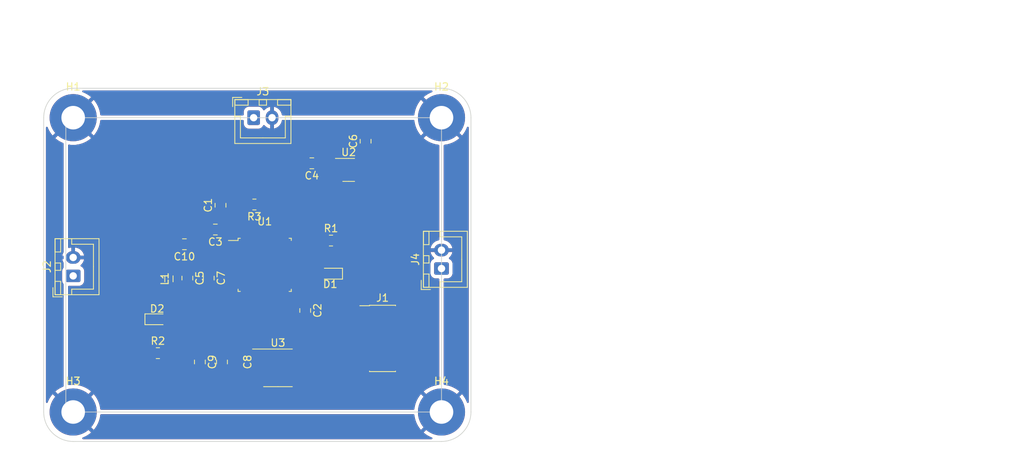
<source format=kicad_pcb>
(kicad_pcb (version 20221018) (generator pcbnew)
  (layers (0 "F.Cu" signal) (31 "B.Cu" signal) (34 "B.Paste" user) (35 "F.Paste" user) (36 "B.SilkS" user "B.Silkscreen") (37 "F.SilkS" user "F.Silkscreen") (38 "B.Mask" user) (39 "F.Mask" user) (44 "Edge.Cuts" user))
  (net 0 "")
  (net 1 "+3.3V")
  (net 2 "GND")
  (net 3 "+5V")
  (net 4 "+3.3VA")
  (net 5 "NRST")
  (net 6 "Net-(D1-K)")
  (net 7 "LED_STATUS")
  (net 8 "Net-(D2-K)")
  (net 11 "SWDIO")
  (net 12 "SWDCLK")
  (net 16 "USART2_RX")
  (net 17 "USART2_TX")
  (net 18 "ADC_IN1")
  (net 19 "DAC_OUT")
  (net 20 "Net-(U1-PB9)")
  (net 23 "DAC_nLDAC")
  (net 24 "DAC_nCS")
  (net 25 "SPI1_SCK")
  (net 27 "SPI1_MOSI")
  (footprint "Inductor_SMD:L_0805_2012Metric_Pad1.05x1.20mm_HandSolder" (layer "F.Cu") (at 73 71.9 90)
    (fp_text reference "L1" (at 0 -0.56 90) (layer "F.SilkS"))
    (fp_text value "39n")
    (fp_line (start -0.410242 -0.56) (end 0.410242 -0.56) (stroke (width 0.12)) (layer "F.SilkS"))
    (fp_line (start -0.410242 0.56) (end 0.410242 0.56) (stroke (width 0.12)) (layer "F.SilkS"))
    (pad "1" smd roundrect (at -1.15 0 90) (size 1.05 1.2) (layers "F.Cu" "F.Paste" "F.Mask") (roundrect_rratio 0.238095) (net 1 "+3.3V"))
    (pad "2" smd roundrect (at 1.15 0 90) (size 1.05 1.2) (layers "F.Cu" "F.Paste" "F.Mask") (roundrect_rratio 0.238095) (net 4 "+3.3VA"))
  )
  (footprint "Package_SO:SOIC-8_3.9x4.9mm_P1.27mm" (layer "F.Cu") (at 87.8 84)
    (fp_text reference "U3" (at 0 -3.4) (layer "F.SilkS"))
    (fp_text value "MCP4801")
    (fp_line (start 0 -2.56) (end -3.45 -2.56) (stroke (width 0.12)) (layer "F.SilkS"))
    (fp_line (start 0 -2.56) (end 1.95 -2.56) (stroke (width 0.12)) (layer "F.SilkS"))
    (fp_line (start 0 2.56) (end -1.95 2.56) (stroke (width 0.12)) (layer "F.SilkS"))
    (fp_line (start 0 2.56) (end 1.95 2.56) (stroke (width 0.12)) (layer "F.SilkS"))
    (pad "1" smd roundrect (at -2.475 -1.905) (size 1.95 0.6) (layers "F.Cu" "F.Paste" "F.Mask") (net 4 "+3.3VA"))
    (pad "2" smd roundrect (at -2.475 -0.635) (size 1.95 0.6) (layers "F.Cu" "F.Paste" "F.Mask") (net 24 "DAC_nCS"))
    (pad "3" smd roundrect (at -2.475 0.635) (size 1.95 0.6) (layers "F.Cu" "F.Paste" "F.Mask") (net 25 "SPI1_SCK"))
    (pad "4" smd roundrect (at -2.475 1.905) (size 1.95 0.6) (layers "F.Cu" "F.Paste" "F.Mask") (net 27 "SPI1_MOSI"))
    (pad "5" smd roundrect (at 2.475 1.905) (size 1.95 0.6) (layers "F.Cu" "F.Paste" "F.Mask") (net 23 "DAC_nLDAC"))
    (pad "6" smd roundrect (at 2.475 0.635) (size 1.95 0.6) (layers "F.Cu" "F.Paste" "F.Mask") (net 4 "+3.3VA"))
    (pad "7" smd roundrect (at 2.475 -0.635) (size 1.95 0.6) (layers "F.Cu" "F.Paste" "F.Mask") (net 2 "GND"))
    (pad "8" smd roundrect (at 2.475 -1.905) (size 1.95 0.6) (layers "F.Cu" "F.Paste" "F.Mask") (net 19 "DAC_OUT"))
  )
  (footprint "Capacitor_SMD:C_0805_2012Metric_Pad1.18x1.45mm_HandSolder" (layer "F.Cu") (at 75.5 71.8 -90)
    (fp_text reference "C5" (at 0 -1.68 90) (layer "F.SilkS"))
    (fp_text value "1u")
    (fp_line (start -0.261252 -0.735) (end 0.261252 -0.735) (stroke (width 0.12)) (layer "F.SilkS"))
    (fp_line (start -0.261252 0.735) (end 0.261252 0.735) (stroke (width 0.12)) (layer "F.SilkS"))
    (pad "1" smd roundrect (at -1.0375 0 270) (size 1.175 1.45) (layers "F.Cu" "F.Paste" "F.Mask") (roundrect_rratio 0.212766) (net 4 "+3.3VA"))
    (pad "2" smd roundrect (at 1.0375 0 270) (size 1.175 1.45) (layers "F.Cu" "F.Paste" "F.Mask") (roundrect_rratio 0.212766) (net 2 "GND"))
  )
  (footprint "MountingHole:MountingHole_3.2mm_M3_Pad" (layer "F.Cu") (at 60 50)
    (fp_text reference "H1" (at 0 -4.2) (layer "F.SilkS"))
    (fp_text value "MountingHole_Pad")
    (pad "1" thru_hole circle (at 0 0) (size 6.4 6.4) (drill 3.2) (layers "*.Cu" "*.Mask") (net 2 "GND"))
  )
  (footprint "Capacitor_SMD:C_0805_2012Metric_Pad1.18x1.45mm_HandSolder" (layer "F.Cu") (at 80 61.9 90)
    (fp_text reference "C1" (at 0 -1.68 90) (layer "F.SilkS"))
    (fp_text value "4u7")
    (fp_line (start -0.261252 -0.735) (end 0.261252 -0.735) (stroke (width 0.12)) (layer "F.SilkS"))
    (fp_line (start -0.261252 0.735) (end 0.261252 0.735) (stroke (width 0.12)) (layer "F.SilkS"))
    (pad "1" smd roundrect (at -1.0375 0 90) (size 1.175 1.45) (layers "F.Cu" "F.Paste" "F.Mask") (roundrect_rratio 0.212766) (net 1 "+3.3V"))
    (pad "2" smd roundrect (at 1.0375 0 90) (size 1.175 1.45) (layers "F.Cu" "F.Paste" "F.Mask") (roundrect_rratio 0.212766) (net 2 "GND"))
  )
  (footprint "Capacitor_SMD:C_0805_2012Metric_Pad1.18x1.45mm_HandSolder" (layer "F.Cu") (at 78.4 71.8 -90)
    (fp_text reference "C7" (at 0 -1.68 90) (layer "F.SilkS"))
    (fp_text value "10n")
    (fp_line (start -0.261252 -0.735) (end 0.261252 -0.735) (stroke (width 0.12)) (layer "F.SilkS"))
    (fp_line (start -0.261252 0.735) (end 0.261252 0.735) (stroke (width 0.12)) (layer "F.SilkS"))
    (pad "1" smd roundrect (at -1.0375 0 270) (size 1.175 1.45) (layers "F.Cu" "F.Paste" "F.Mask") (roundrect_rratio 0.212766) (net 4 "+3.3VA"))
    (pad "2" smd roundrect (at 1.0375 0 270) (size 1.175 1.45) (layers "F.Cu" "F.Paste" "F.Mask") (roundrect_rratio 0.212766) (net 2 "GND"))
  )
  (footprint "Connector_JST:JST_XH_B2B-XH-A_1x02_P2.50mm_Vertical" (layer "F.Cu") (at 110 70.5 90)
    (fp_text reference "J4" (at 1.25 -3.55 90) (layer "F.SilkS"))
    (fp_text value "OUTPUT")
    (fp_line (start -2.85 -2.75) (end -2.85 -1.5) (stroke (width 0.12)) (layer "F.SilkS"))
    (fp_line (start -2.56 -2.46) (end -2.56 3.51) (stroke (width 0.12)) (layer "F.SilkS"))
    (fp_line (start -2.56 3.51) (end 5.06 3.51) (stroke (width 0.12)) (layer "F.SilkS"))
    (fp_line (start -2.55 -2.45) (end -2.55 -1.7) (stroke (width 0.12)) (layer "F.SilkS"))
    (fp_line (start -2.55 -1.7) (end -0.75 -1.7) (stroke (width 0.12)) (layer "F.SilkS"))
    (fp_line (start -2.55 -0.2) (end -1.8 -0.2) (stroke (width 0.12)) (layer "F.SilkS"))
    (fp_line (start -1.8 -0.2) (end -1.8 2.75) (stroke (width 0.12)) (layer "F.SilkS"))
    (fp_line (start -1.8 2.75) (end 1.25 2.75) (stroke (width 0.12)) (layer "F.SilkS"))
    (fp_line (start -1.6 -2.75) (end -2.85 -2.75) (stroke (width 0.12)) (layer "F.SilkS"))
    (fp_line (start -0.75 -2.45) (end -2.55 -2.45) (stroke (width 0.12)) (layer "F.SilkS"))
    (fp_line (start -0.75 -1.7) (end -0.75 -2.45) (stroke (width 0.12)) (layer "F.SilkS"))
    (fp_line (start 0.75 -2.45) (end 0.75 -1.7) (stroke (width 0.12)) (layer "F.SilkS"))
    (fp_line (start 0.75 -1.7) (end 1.75 -1.7) (stroke (width 0.12)) (layer "F.SilkS"))
    (fp_line (start 1.75 -2.45) (end 0.75 -2.45) (stroke (width 0.12)) (layer "F.SilkS"))
    (fp_line (start 1.75 -1.7) (end 1.75 -2.45) (stroke (width 0.12)) (layer "F.SilkS"))
    (fp_line (start 3.25 -2.45) (end 3.25 -1.7) (stroke (width 0.12)) (layer "F.SilkS"))
    (fp_line (start 3.25 -1.7) (end 5.05 -1.7) (stroke (width 0.12)) (layer "F.SilkS"))
    (fp_line (start 4.3 -0.2) (end 4.3 2.75) (stroke (width 0.12)) (layer "F.SilkS"))
    (fp_line (start 4.3 2.75) (end 1.25 2.75) (stroke (width 0.12)) (layer "F.SilkS"))
    (fp_line (start 5.05 -2.45) (end 3.25 -2.45) (stroke (width 0.12)) (layer "F.SilkS"))
    (fp_line (start 5.05 -1.7) (end 5.05 -2.45) (stroke (width 0.12)) (layer "F.SilkS"))
    (fp_line (start 5.05 -0.2) (end 4.3 -0.2) (stroke (width 0.12)) (layer "F.SilkS"))
    (fp_line (start 5.06 -2.46) (end -2.56 -2.46) (stroke (width 0.12)) (layer "F.SilkS"))
    (fp_line (start 5.06 3.51) (end 5.06 -2.46) (stroke (width 0.12)) (layer "F.SilkS"))
    (pad "1" thru_hole roundrect (at 0 0 90) (size 1.7 2) (drill 1) (layers "*.Cu" "*.Mask") (roundrect_rratio 0.147059) (net 19 "DAC_OUT"))
    (pad "2" thru_hole oval (at 2.5 0 90) (size 1.7 2) (drill 1) (layers "*.Cu" "*.Mask") (net 2 "GND"))
  )
  (footprint "Resistor_SMD:R_0805_2012Metric_Pad1.20x1.40mm_HandSolder" (layer "F.Cu") (at 84.6 61.8 180)
    (fp_text reference "R3" (at 0 -1.65) (layer "F.SilkS"))
    (fp_text value "100k")
    (fp_line (start -0.227064 -0.735) (end 0.227064 -0.735) (stroke (width 0.12)) (layer "F.SilkS"))
    (fp_line (start -0.227064 0.735) (end 0.227064 0.735) (stroke (width 0.12)) (layer "F.SilkS"))
    (pad "1" smd roundrect (at -1 0 180) (size 1.2 1.4) (layers "F.Cu" "F.Paste" "F.Mask") (roundrect_rratio 0.208333) (net 20 "Net-(U1-PB9)"))
    (pad "2" smd roundrect (at 1 0 180) (size 1.2 1.4) (layers "F.Cu" "F.Paste" "F.Mask") (roundrect_rratio 0.208333) (net 2 "GND"))
  )
  (footprint "Capacitor_SMD:C_0805_2012Metric_Pad1.18x1.45mm_HandSolder" (layer "F.Cu") (at 80.2 83.2 -90)
    (fp_text reference "C8" (at 0 -3.48 90) (layer "F.SilkS"))
    (fp_text value "100N")
    (fp_line (start -0.261252 -0.735) (end 0.261252 -0.735) (stroke (width 0.12)) (layer "F.SilkS"))
    (fp_line (start -0.261252 0.735) (end 0.261252 0.735) (stroke (width 0.12)) (layer "F.SilkS"))
    (pad "1" smd roundrect (at -1.0375 0 270) (size 1.175 1.45) (layers "F.Cu" "F.Paste" "F.Mask") (roundrect_rratio 0.212766) (net 4 "+3.3VA"))
    (pad "2" smd roundrect (at 1.0375 0 270) (size 1.175 1.45) (layers "F.Cu" "F.Paste" "F.Mask") (roundrect_rratio 0.212766) (net 2 "GND"))
  )
  (footprint "Capacitor_SMD:C_0805_2012Metric_Pad1.18x1.45mm_HandSolder" (layer "F.Cu") (at 92.4 56.2 180)
    (fp_text reference "C4" (at 0 -1.68) (layer "F.SilkS"))
    (fp_text value "1uF")
    (fp_line (start -0.261252 -0.735) (end 0.261252 -0.735) (stroke (width 0.12)) (layer "F.SilkS"))
    (fp_line (start -0.261252 0.735) (end 0.261252 0.735) (stroke (width 0.12)) (layer "F.SilkS"))
    (pad "1" smd roundrect (at -1.0375 0 180) (size 1.175 1.45) (layers "F.Cu" "F.Paste" "F.Mask") (roundrect_rratio 0.212766) (net 3 "+5V"))
    (pad "2" smd roundrect (at 1.0375 0 180) (size 1.175 1.45) (layers "F.Cu" "F.Paste" "F.Mask") (roundrect_rratio 0.212766) (net 2 "GND"))
  )
  (footprint "Resistor_SMD:R_0805_2012Metric_Pad1.20x1.40mm_HandSolder" (layer "F.Cu") (at 95 66.7)
    (fp_text reference "R1" (at 0 -1.65) (layer "F.SilkS"))
    (fp_text value "1k")
    (fp_line (start -0.227064 -0.735) (end 0.227064 -0.735) (stroke (width 0.12)) (layer "F.SilkS"))
    (fp_line (start -0.227064 0.735) (end 0.227064 0.735) (stroke (width 0.12)) (layer "F.SilkS"))
    (pad "1" smd roundrect (at -1 0) (size 1.2 1.4) (layers "F.Cu" "F.Paste" "F.Mask") (roundrect_rratio 0.208333) (net 6 "Net-(D1-K)"))
    (pad "2" smd roundrect (at 1 0) (size 1.2 1.4) (layers "F.Cu" "F.Paste" "F.Mask") (roundrect_rratio 0.208333) (net 2 "GND"))
  )
  (footprint "Package_TO_SOT_SMD:SOT-23-5" (layer "F.Cu") (at 97.4 57.1)
    (fp_text reference "U2" (at 0 -2.4) (layer "F.SilkS"))
    (fp_text value "BU33SD5WG-TR")
    (fp_line (start 0 -1.56) (end -1.8 -1.56) (stroke (width 0.12)) (layer "F.SilkS"))
    (fp_line (start 0 -1.56) (end 0.8 -1.56) (stroke (width 0.12)) (layer "F.SilkS"))
    (fp_line (start 0 1.56) (end -0.8 1.56) (stroke (width 0.12)) (layer "F.SilkS"))
    (fp_line (start 0 1.56) (end 0.8 1.56) (stroke (width 0.12)) (layer "F.SilkS"))
    (pad "1" smd roundrect (at -1.1375 -0.95) (size 1.325 0.6) (layers "F.Cu" "F.Paste" "F.Mask") (net 3 "+5V"))
    (pad "2" smd roundrect (at -1.1375 0) (size 1.325 0.6) (layers "F.Cu" "F.Paste" "F.Mask") (net 2 "GND"))
    (pad "3" smd roundrect (at -1.1375 0.95) (size 1.325 0.6) (layers "F.Cu" "F.Paste" "F.Mask") (net 3 "+5V"))
    (pad "4" smd roundrect (at 1.1375 0.95) (size 1.325 0.6) (layers "F.Cu" "F.Paste" "F.Mask"))
    (pad "5" smd roundrect (at 1.1375 -0.95) (size 1.325 0.6) (layers "F.Cu" "F.Paste" "F.Mask") (net 1 "+3.3V"))
  )
  (footprint "Capacitor_SMD:C_0805_2012Metric_Pad1.18x1.45mm_HandSolder" (layer "F.Cu") (at 99.7 53.2 90)
    (fp_text reference "C6" (at 0 -1.68 90) (layer "F.SilkS"))
    (fp_text value "1uF")
    (fp_line (start -0.261252 -0.735) (end 0.261252 -0.735) (stroke (width 0.12)) (layer "F.SilkS"))
    (fp_line (start -0.261252 0.735) (end 0.261252 0.735) (stroke (width 0.12)) (layer "F.SilkS"))
    (pad "1" smd roundrect (at -1.0375 0 90) (size 1.175 1.45) (layers "F.Cu" "F.Paste" "F.Mask") (roundrect_rratio 0.212766) (net 1 "+3.3V"))
    (pad "2" smd roundrect (at 1.0375 0 90) (size 1.175 1.45) (layers "F.Cu" "F.Paste" "F.Mask") (roundrect_rratio 0.212766) (net 2 "GND"))
  )
  (footprint "Package_QFP:LQFP-32_7x7mm_P0.8mm" (layer "F.Cu") (at 86 70)
    (fp_text reference "U1" (at 0 -5.88) (layer "F.SilkS"))
    (fp_text value "STM32L021K4Tx")
    (fp_line (start -3.61 -3.61) (end -3.61 -3.31) (stroke (width 0.12)) (layer "F.SilkS"))
    (fp_line (start -3.61 -3.31) (end -4.925 -3.31) (stroke (width 0.12)) (layer "F.SilkS"))
    (fp_line (start -3.61 3.61) (end -3.61 3.31) (stroke (width 0.12)) (layer "F.SilkS"))
    (fp_line (start -3.31 -3.61) (end -3.61 -3.61) (stroke (width 0.12)) (layer "F.SilkS"))
    (fp_line (start -3.31 3.61) (end -3.61 3.61) (stroke (width 0.12)) (layer "F.SilkS"))
    (fp_line (start 3.31 -3.61) (end 3.61 -3.61) (stroke (width 0.12)) (layer "F.SilkS"))
    (fp_line (start 3.31 3.61) (end 3.61 3.61) (stroke (width 0.12)) (layer "F.SilkS"))
    (fp_line (start 3.61 -3.61) (end 3.61 -3.31) (stroke (width 0.12)) (layer "F.SilkS"))
    (fp_line (start 3.61 3.61) (end 3.61 3.31) (stroke (width 0.12)) (layer "F.SilkS"))
    (pad "1" smd roundrect (at -4.175 -2.8) (size 1.5 0.5) (layers "F.Cu" "F.Paste" "F.Mask") (net 1 "+3.3V"))
    (pad "2" smd roundrect (at -4.175 -2) (size 1.5 0.5) (layers "F.Cu" "F.Paste" "F.Mask"))
    (pad "3" smd roundrect (at -4.175 -1.2) (size 1.5 0.5) (layers "F.Cu" "F.Paste" "F.Mask"))
    (pad "4" smd roundrect (at -4.175 -0.4) (size 1.5 0.5) (layers "F.Cu" "F.Paste" "F.Mask") (net 5 "NRST"))
    (pad "5" smd roundrect (at -4.175 0.4) (size 1.5 0.5) (layers "F.Cu" "F.Paste" "F.Mask") (net 4 "+3.3VA"))
    (pad "6" smd roundrect (at -4.175 1.2) (size 1.5 0.5) (layers "F.Cu" "F.Paste" "F.Mask") (net 16 "USART2_RX"))
    (pad "7" smd roundrect (at -4.175 2) (size 1.5 0.5) (layers "F.Cu" "F.Paste" "F.Mask") (net 18 "ADC_IN1"))
    (pad "8" smd roundrect (at -4.175 2.8) (size 1.5 0.5) (layers "F.Cu" "F.Paste" "F.Mask") (net 17 "USART2_TX"))
    (pad "9" smd roundrect (at -2.8 4.175) (size 0.5 1.5) (layers "F.Cu" "F.Paste" "F.Mask") (net 23 "DAC_nLDAC"))
    (pad "10" smd roundrect (at -2 4.175) (size 0.5 1.5) (layers "F.Cu" "F.Paste" "F.Mask") (net 24 "DAC_nCS"))
    (pad "11" smd roundrect (at -1.2 4.175) (size 0.5 1.5) (layers "F.Cu" "F.Paste" "F.Mask") (net 25 "SPI1_SCK"))
    (pad "12" smd roundrect (at -0.4 4.175) (size 0.5 1.5) (layers "F.Cu" "F.Paste" "F.Mask"))
    (pad "13" smd roundrect (at 0.4 4.175) (size 0.5 1.5) (layers "F.Cu" "F.Paste" "F.Mask") (net 27 "SPI1_MOSI"))
    (pad "14" smd roundrect (at 1.2 4.175) (size 0.5 1.5) (layers "F.Cu" "F.Paste" "F.Mask"))
    (pad "15" smd roundrect (at 2 4.175) (size 0.5 1.5) (layers "F.Cu" "F.Paste" "F.Mask"))
    (pad "16" smd roundrect (at 2.8 4.175) (size 0.5 1.5) (layers "F.Cu" "F.Paste" "F.Mask") (net 2 "GND"))
    (pad "17" smd roundrect (at 4.175 2.8) (size 1.5 0.5) (layers "F.Cu" "F.Paste" "F.Mask") (net 1 "+3.3V"))
    (pad "18" smd roundrect (at 4.175 2) (size 1.5 0.5) (layers "F.Cu" "F.Paste" "F.Mask"))
    (pad "19" smd roundrect (at 4.175 1.2) (size 1.5 0.5) (layers "F.Cu" "F.Paste" "F.Mask") (net 7 "LED_STATUS"))
    (pad "20" smd roundrect (at 4.175 0.4) (size 1.5 0.5) (layers "F.Cu" "F.Paste" "F.Mask"))
    (pad "21" smd roundrect (at 4.175 -0.4) (size 1.5 0.5) (layers "F.Cu" "F.Paste" "F.Mask"))
    (pad "22" smd roundrect (at 4.175 -1.2) (size 1.5 0.5) (layers "F.Cu" "F.Paste" "F.Mask"))
    (pad "23" smd roundrect (at 4.175 -2) (size 1.5 0.5) (layers "F.Cu" "F.Paste" "F.Mask") (net 11 "SWDIO"))
    (pad "24" smd roundrect (at 4.175 -2.8) (size 1.5 0.5) (layers "F.Cu" "F.Paste" "F.Mask") (net 12 "SWDCLK"))
    (pad "25" smd roundrect (at 2.8 -4.175) (size 0.5 1.5) (layers "F.Cu" "F.Paste" "F.Mask"))
    (pad "26" smd roundrect (at 2 -4.175) (size 0.5 1.5) (layers "F.Cu" "F.Paste" "F.Mask"))
    (pad "27" smd roundrect (at 1.2 -4.175) (size 0.5 1.5) (layers "F.Cu" "F.Paste" "F.Mask"))
    (pad "28" smd roundrect (at 0.4 -4.175) (size 0.5 1.5) (layers "F.Cu" "F.Paste" "F.Mask"))
    (pad "29" smd roundrect (at -0.4 -4.175) (size 0.5 1.5) (layers "F.Cu" "F.Paste" "F.Mask"))
    (pad "30" smd roundrect (at -1.2 -4.175) (size 0.5 1.5) (layers "F.Cu" "F.Paste" "F.Mask"))
    (pad "31" smd roundrect (at -2 -4.175) (size 0.5 1.5) (layers "F.Cu" "F.Paste" "F.Mask") (net 20 "Net-(U1-PB9)"))
    (pad "32" smd roundrect (at -2.8 -4.175) (size 0.5 1.5) (layers "F.Cu" "F.Paste" "F.Mask") (net 2 "GND"))
  )
  (footprint "Connector_JST:JST_XH_B2B-XH-A_1x02_P2.50mm_Vertical" (layer "F.Cu") (at 60 71.5 90)
    (fp_text reference "J2" (at 1.25 -3.55 90) (layer "F.SilkS"))
    (fp_text value "POWER")
    (fp_line (start -2.85 -2.75) (end -2.85 -1.5) (stroke (width 0.12)) (layer "F.SilkS"))
    (fp_line (start -2.56 -2.46) (end -2.56 3.51) (stroke (width 0.12)) (layer "F.SilkS"))
    (fp_line (start -2.56 3.51) (end 5.06 3.51) (stroke (width 0.12)) (layer "F.SilkS"))
    (fp_line (start -2.55 -2.45) (end -2.55 -1.7) (stroke (width 0.12)) (layer "F.SilkS"))
    (fp_line (start -2.55 -1.7) (end -0.75 -1.7) (stroke (width 0.12)) (layer "F.SilkS"))
    (fp_line (start -2.55 -0.2) (end -1.8 -0.2) (stroke (width 0.12)) (layer "F.SilkS"))
    (fp_line (start -1.8 -0.2) (end -1.8 2.75) (stroke (width 0.12)) (layer "F.SilkS"))
    (fp_line (start -1.8 2.75) (end 1.25 2.75) (stroke (width 0.12)) (layer "F.SilkS"))
    (fp_line (start -1.6 -2.75) (end -2.85 -2.75) (stroke (width 0.12)) (layer "F.SilkS"))
    (fp_line (start -0.75 -2.45) (end -2.55 -2.45) (stroke (width 0.12)) (layer "F.SilkS"))
    (fp_line (start -0.75 -1.7) (end -0.75 -2.45) (stroke (width 0.12)) (layer "F.SilkS"))
    (fp_line (start 0.75 -2.45) (end 0.75 -1.7) (stroke (width 0.12)) (layer "F.SilkS"))
    (fp_line (start 0.75 -1.7) (end 1.75 -1.7) (stroke (width 0.12)) (layer "F.SilkS"))
    (fp_line (start 1.75 -2.45) (end 0.75 -2.45) (stroke (width 0.12)) (layer "F.SilkS"))
    (fp_line (start 1.75 -1.7) (end 1.75 -2.45) (stroke (width 0.12)) (layer "F.SilkS"))
    (fp_line (start 3.25 -2.45) (end 3.25 -1.7) (stroke (width 0.12)) (layer "F.SilkS"))
    (fp_line (start 3.25 -1.7) (end 5.05 -1.7) (stroke (width 0.12)) (layer "F.SilkS"))
    (fp_line (start 4.3 -0.2) (end 4.3 2.75) (stroke (width 0.12)) (layer "F.SilkS"))
    (fp_line (start 4.3 2.75) (end 1.25 2.75) (stroke (width 0.12)) (layer "F.SilkS"))
    (fp_line (start 5.05 -2.45) (end 3.25 -2.45) (stroke (width 0.12)) (layer "F.SilkS"))
    (fp_line (start 5.05 -1.7) (end 5.05 -2.45) (stroke (width 0.12)) (layer "F.SilkS"))
    (fp_line (start 5.05 -0.2) (end 4.3 -0.2) (stroke (width 0.12)) (layer "F.SilkS"))
    (fp_line (start 5.06 -2.46) (end -2.56 -2.46) (stroke (width 0.12)) (layer "F.SilkS"))
    (fp_line (start 5.06 3.51) (end 5.06 -2.46) (stroke (width 0.12)) (layer "F.SilkS"))
    (pad "1" thru_hole roundrect (at 0 0 90) (size 1.7 2) (drill 1) (layers "*.Cu" "*.Mask") (roundrect_rratio 0.147059) (net 3 "+5V"))
    (pad "2" thru_hole oval (at 2.5 0 90) (size 1.7 2) (drill 1) (layers "*.Cu" "*.Mask") (net 2 "GND"))
  )
  (footprint "MountingHole:MountingHole_3.2mm_M3_Pad" (layer "F.Cu") (at 60 90)
    (fp_text reference "H3" (at 0 -4.2) (layer "F.SilkS"))
    (fp_text value "MountingHole_Pad")
    (pad "1" thru_hole circle (at 0 0) (size 6.4 6.4) (drill 3.2) (layers "*.Cu" "*.Mask") (net 2 "GND"))
  )
  (footprint "MountingHole:MountingHole_3.2mm_M3_Pad" (layer "F.Cu") (at 110 50)
    (fp_text reference "H2" (at 0 -4.2) (layer "F.SilkS"))
    (fp_text value "MountingHole_Pad")
    (pad "1" thru_hole circle (at 0 0) (size 6.4 6.4) (drill 3.2) (layers "*.Cu" "*.Mask") (net 2 "GND"))
  )
  (footprint "LED_SMD:LED_0603_1608Metric_Pad1.05x0.95mm_HandSolder" (layer "F.Cu") (at 94.9 71.2 180)
    (fp_text reference "D1" (at 0 -1.43) (layer "F.SilkS"))
    (fp_text value "ORANGE TLM01100-GS8")
    (fp_line (start -1.66 -0.735) (end -1.66 0.735) (stroke (width 0.12)) (layer "F.SilkS"))
    (fp_line (start -1.66 0.735) (end 0.8 0.735) (stroke (width 0.12)) (layer "F.SilkS"))
    (fp_line (start 0.8 -0.735) (end -1.66 -0.735) (stroke (width 0.12)) (layer "F.SilkS"))
    (pad "1" smd roundrect (at -0.875 0 180) (size 1.05 0.95) (layers "F.Cu" "F.Paste" "F.Mask") (net 6 "Net-(D1-K)"))
    (pad "2" smd roundrect (at 0.875 0 180) (size 1.05 0.95) (layers "F.Cu" "F.Paste" "F.Mask") (net 7 "LED_STATUS"))
  )
  (footprint "Capacitor_SMD:C_0805_2012Metric_Pad1.18x1.45mm_HandSolder" (layer "F.Cu") (at 91.5 76.2 -90)
    (fp_text reference "C2" (at 0 -1.68 90) (layer "F.SilkS"))
    (fp_text value "100n")
    (fp_line (start -0.261252 -0.735) (end 0.261252 -0.735) (stroke (width 0.12)) (layer "F.SilkS"))
    (fp_line (start -0.261252 0.735) (end 0.261252 0.735) (stroke (width 0.12)) (layer "F.SilkS"))
    (pad "1" smd roundrect (at -1.0375 0 270) (size 1.175 1.45) (layers "F.Cu" "F.Paste" "F.Mask") (roundrect_rratio 0.212766) (net 1 "+3.3V"))
    (pad "2" smd roundrect (at 1.0375 0 270) (size 1.175 1.45) (layers "F.Cu" "F.Paste" "F.Mask") (roundrect_rratio 0.212766) (net 2 "GND"))
  )
  (footprint "Capacitor_SMD:C_0805_2012Metric_Pad1.18x1.45mm_HandSolder" (layer "F.Cu") (at 77.2 83.2 -90)
    (fp_text reference "C9" (at 0 -1.68 90) (layer "F.SilkS"))
    (fp_text value "10U")
    (fp_line (start -0.261252 -0.735) (end 0.261252 -0.735) (stroke (width 0.12)) (layer "F.SilkS"))
    (fp_line (start -0.261252 0.735) (end 0.261252 0.735) (stroke (width 0.12)) (layer "F.SilkS"))
    (pad "1" smd roundrect (at -1.0375 0 270) (size 1.175 1.45) (layers "F.Cu" "F.Paste" "F.Mask") (roundrect_rratio 0.212766) (net 4 "+3.3VA"))
    (pad "2" smd roundrect (at 1.0375 0 270) (size 1.175 1.45) (layers "F.Cu" "F.Paste" "F.Mask") (roundrect_rratio 0.212766) (net 2 "GND"))
  )
  (footprint "Resistor_SMD:R_0805_2012Metric_Pad1.20x1.40mm_HandSolder" (layer "F.Cu") (at 71.5 82)
    (fp_text reference "R2" (at 0 -1.65) (layer "F.SilkS"))
    (fp_text value "1k")
    (fp_line (start -0.227064 -0.735) (end 0.227064 -0.735) (stroke (width 0.12)) (layer "F.SilkS"))
    (fp_line (start -0.227064 0.735) (end 0.227064 0.735) (stroke (width 0.12)) (layer "F.SilkS"))
    (pad "1" smd roundrect (at -1 0) (size 1.2 1.4) (layers "F.Cu" "F.Paste" "F.Mask") (roundrect_rratio 0.208333) (net 8 "Net-(D2-K)"))
    (pad "2" smd roundrect (at 1 0) (size 1.2 1.4) (layers "F.Cu" "F.Paste" "F.Mask") (roundrect_rratio 0.208333) (net 2 "GND"))
  )
  (footprint "MountingHole:MountingHole_3.2mm_M3_Pad" (layer "F.Cu") (at 110 90)
    (fp_text reference "H4" (at 0 -4.2) (layer "F.SilkS"))
    (fp_text value "MountingHole_Pad")
    (pad "1" thru_hole circle (at 0 0) (size 6.4 6.4) (drill 3.2) (layers "*.Cu" "*.Mask") (net 2 "GND"))
  )
  (footprint "Capacitor_SMD:C_0805_2012Metric_Pad1.18x1.45mm_HandSolder" (layer "F.Cu") (at 75.1 67.2 180)
    (fp_text reference "C10" (at 0 -1.68) (layer "F.SilkS"))
    (fp_text value "100n")
    (fp_line (start -0.261252 -0.735) (end 0.261252 -0.735) (stroke (width 0.12)) (layer "F.SilkS"))
    (fp_line (start -0.261252 0.735) (end 0.261252 0.735) (stroke (width 0.12)) (layer "F.SilkS"))
    (pad "1" smd roundrect (at -1.0375 0 180) (size 1.175 1.45) (layers "F.Cu" "F.Paste" "F.Mask") (roundrect_rratio 0.212766) (net 5 "NRST"))
    (pad "2" smd roundrect (at 1.0375 0 180) (size 1.175 1.45) (layers "F.Cu" "F.Paste" "F.Mask") (roundrect_rratio 0.212766) (net 2 "GND"))
  )
  (footprint "Capacitor_SMD:C_0805_2012Metric_Pad1.18x1.45mm_HandSolder" (layer "F.Cu") (at 79.3 65.2 180)
    (fp_text reference "C3" (at 0 -1.68) (layer "F.SilkS"))
    (fp_text value "100n")
    (fp_line (start -0.261252 -0.735) (end 0.261252 -0.735) (stroke (width 0.12)) (layer "F.SilkS"))
    (fp_line (start -0.261252 0.735) (end 0.261252 0.735) (stroke (width 0.12)) (layer "F.SilkS"))
    (pad "1" smd roundrect (at -1.0375 0 180) (size 1.175 1.45) (layers "F.Cu" "F.Paste" "F.Mask") (roundrect_rratio 0.212766) (net 1 "+3.3V"))
    (pad "2" smd roundrect (at 1.0375 0 180) (size 1.175 1.45) (layers "F.Cu" "F.Paste" "F.Mask") (roundrect_rratio 0.212766) (net 2 "GND"))
  )
  (footprint "LED_SMD:LED_0603_1608Metric_Pad1.05x0.95mm_HandSolder" (layer "F.Cu") (at 71.4 77.4)
    (fp_text reference "D2" (at 0 -1.43) (layer "F.SilkS"))
    (fp_text value "GREEN LED")
    (fp_line (start -1.66 -0.735) (end -1.66 0.735) (stroke (width 0.12)) (layer "F.SilkS"))
    (fp_line (start -1.66 0.735) (end 0.8 0.735) (stroke (width 0.12)) (layer "F.SilkS"))
    (fp_line (start 0.8 -0.735) (end -1.66 -0.735) (stroke (width 0.12)) (layer "F.SilkS"))
    (pad "1" smd roundrect (at -0.875 0) (size 1.05 0.95) (layers "F.Cu" "F.Paste" "F.Mask") (net 8 "Net-(D2-K)"))
    (pad "2" smd roundrect (at 0.875 0) (size 1.05 0.95) (layers "F.Cu" "F.Paste" "F.Mask") (net 1 "+3.3V"))
  )
  (footprint "Connector_PinHeader_1.27mm:PinHeader_2x07_P1.27mm_Vertical_SMD" (layer "F.Cu") (at 102 80)
    (fp_text reference "J1" (at 0 -5.505) (layer "F.SilkS"))
    (fp_text value "Conn_02x07_Odd_Even")
    (fp_line (start -3.09 -4.44) (end -1.765 -4.44) (stroke (width 0.12)) (layer "F.SilkS"))
    (fp_line (start -1.765 -4.505) (end -1.765 -4.44) (stroke (width 0.12)) (layer "F.SilkS"))
    (fp_line (start -1.765 -4.505) (end 1.765 -4.505) (stroke (width 0.12)) (layer "F.SilkS"))
    (fp_line (start -1.765 4.44) (end -1.765 4.505) (stroke (width 0.12)) (layer "F.SilkS"))
    (fp_line (start -1.765 4.505) (end 1.765 4.505) (stroke (width 0.12)) (layer "F.SilkS"))
    (fp_line (start 1.765 -4.505) (end 1.765 -4.44) (stroke (width 0.12)) (layer "F.SilkS"))
    (fp_line (start 1.765 4.44) (end 1.765 4.505) (stroke (width 0.12)) (layer "F.SilkS"))
    (pad "1" smd rect (at -1.95 -3.81) (size 2.4 0.74) (layers "F.Cu" "F.Paste" "F.Mask"))
    (pad "2" smd rect (at 1.95 -3.81) (size 2.4 0.74) (layers "F.Cu" "F.Paste" "F.Mask"))
    (pad "3" smd rect (at -1.95 -2.54) (size 2.4 0.74) (layers "F.Cu" "F.Paste" "F.Mask") (net 1 "+3.3V"))
    (pad "4" smd rect (at 1.95 -2.54) (size 2.4 0.74) (layers "F.Cu" "F.Paste" "F.Mask") (net 11 "SWDIO"))
    (pad "5" smd rect (at -1.95 -1.27) (size 2.4 0.74) (layers "F.Cu" "F.Paste" "F.Mask") (net 2 "GND"))
    (pad "6" smd rect (at 1.95 -1.27) (size 2.4 0.74) (layers "F.Cu" "F.Paste" "F.Mask") (net 12 "SWDCLK"))
    (pad "7" smd rect (at -1.95 0) (size 2.4 0.74) (layers "F.Cu" "F.Paste" "F.Mask") (net 2 "GND"))
    (pad "8" smd rect (at 1.95 0) (size 2.4 0.74) (layers "F.Cu" "F.Paste" "F.Mask"))
    (pad "9" smd rect (at -1.95 1.27) (size 2.4 0.74) (layers "F.Cu" "F.Paste" "F.Mask"))
    (pad "10" smd rect (at 1.95 1.27) (size 2.4 0.74) (layers "F.Cu" "F.Paste" "F.Mask"))
    (pad "11" smd rect (at -1.95 2.54) (size 2.4 0.74) (layers "F.Cu" "F.Paste" "F.Mask") (net 2 "GND"))
    (pad "12" smd rect (at 1.95 2.54) (size 2.4 0.74) (layers "F.Cu" "F.Paste" "F.Mask") (net 5 "NRST"))
    (pad "13" smd rect (at -1.95 3.81) (size 2.4 0.74) (layers "F.Cu" "F.Paste" "F.Mask") (net 16 "USART2_RX"))
    (pad "14" smd rect (at 1.95 3.81) (size 2.4 0.74) (layers "F.Cu" "F.Paste" "F.Mask") (net 17 "USART2_TX"))
  )
  (footprint "Connector_JST:JST_XH_B2B-XH-A_1x02_P2.50mm_Vertical" (layer "F.Cu") (at 84.5 50)
    (fp_text reference "J3" (at 1.25 -3.55) (layer "F.SilkS"))
    (fp_text value "INPUT")
    (fp_line (start -2.85 -2.75) (end -2.85 -1.5) (stroke (width 0.12)) (layer "F.SilkS"))
    (fp_line (start -2.56 -2.46) (end -2.56 3.51) (stroke (width 0.12)) (layer "F.SilkS"))
    (fp_line (start -2.56 3.51) (end 5.06 3.51) (stroke (width 0.12)) (layer "F.SilkS"))
    (fp_line (start -2.55 -2.45) (end -2.55 -1.7) (stroke (width 0.12)) (layer "F.SilkS"))
    (fp_line (start -2.55 -1.7) (end -0.75 -1.7) (stroke (width 0.12)) (layer "F.SilkS"))
    (fp_line (start -2.55 -0.2) (end -1.8 -0.2) (stroke (width 0.12)) (layer "F.SilkS"))
    (fp_line (start -1.8 -0.2) (end -1.8 2.75) (stroke (width 0.12)) (layer "F.SilkS"))
    (fp_line (start -1.8 2.75) (end 1.25 2.75) (stroke (width 0.12)) (layer "F.SilkS"))
    (fp_line (start -1.6 -2.75) (end -2.85 -2.75) (stroke (width 0.12)) (layer "F.SilkS"))
    (fp_line (start -0.75 -2.45) (end -2.55 -2.45) (stroke (width 0.12)) (layer "F.SilkS"))
    (fp_line (start -0.75 -1.7) (end -0.75 -2.45) (stroke (width 0.12)) (layer "F.SilkS"))
    (fp_line (start 0.75 -2.45) (end 0.75 -1.7) (stroke (width 0.12)) (layer "F.SilkS"))
    (fp_line (start 0.75 -1.7) (end 1.75 -1.7) (stroke (width 0.12)) (layer "F.SilkS"))
    (fp_line (start 1.75 -2.45) (end 0.75 -2.45) (stroke (width 0.12)) (layer "F.SilkS"))
    (fp_line (start 1.75 -1.7) (end 1.75 -2.45) (stroke (width 0.12)) (layer "F.SilkS"))
    (fp_line (start 3.25 -2.45) (end 3.25 -1.7) (stroke (width 0.12)) (layer "F.SilkS"))
    (fp_line (start 3.25 -1.7) (end 5.05 -1.7) (stroke (width 0.12)) (layer "F.SilkS"))
    (fp_line (start 4.3 -0.2) (end 4.3 2.75) (stroke (width 0.12)) (layer "F.SilkS"))
    (fp_line (start 4.3 2.75) (end 1.25 2.75) (stroke (width 0.12)) (layer "F.SilkS"))
    (fp_line (start 5.05 -2.45) (end 3.25 -2.45) (stroke (width 0.12)) (layer "F.SilkS"))
    (fp_line (start 5.05 -1.7) (end 5.05 -2.45) (stroke (width 0.12)) (layer "F.SilkS"))
    (fp_line (start 5.05 -0.2) (end 4.3 -0.2) (stroke (width 0.12)) (layer "F.SilkS"))
    (fp_line (start 5.06 -2.46) (end -2.56 -2.46) (stroke (width 0.12)) (layer "F.SilkS"))
    (fp_line (start 5.06 3.51) (end 5.06 -2.46) (stroke (width 0.12)) (layer "F.SilkS"))
    (pad "1" thru_hole roundrect (at 0 0) (size 1.7 2) (drill 1) (layers "*.Cu" "*.Mask") (roundrect_rratio 0.147059) (net 18 "ADC_IN1"))
    (pad "2" thru_hole oval (at 2.5 0) (size 1.7 2) (drill 1) (layers "*.Cu" "*.Mask") (net 2 "GND"))
  )
  (gr_arc (start 56 50) (mid 57.171573 47.171573) (end 60 46) (stroke (width 0.1)) (layer "Edge.Cuts"))
  (gr_line (start 114 50) (end 114 90) (stroke (width 0.1)) (layer "Edge.Cuts"))
  (gr_line (start 60 46) (end 110 46) (stroke (width 0.1)) (layer "Edge.Cuts"))
  (gr_line (start 110 50) (end 110 90) (stroke (width 0.1)) (layer "Edge.Cuts"))
  (gr_line (start 60 50) (end 110 50) (stroke (width 0.1)) (layer "Edge.Cuts"))
  (gr_line (start 110 94) (end 60 94) (stroke (width 0.1)) (layer "Edge.Cuts"))
  (gr_line (start 59 90) (end 59 50) (stroke (width 0.1)) (layer "Edge.Cuts"))
  (gr_arc (start 114 90) (mid 112.828427 92.828427) (end 110 94) (stroke (width 0.1)) (layer "Edge.Cuts"))
  (gr_arc (start 60 94) (mid 57.171573 92.828427) (end 56 90) (stroke (width 0.1)) (layer "Edge.Cuts"))
  (gr_line (start 56 90) (end 56 50) (stroke (width 0.1)) (layer "Edge.Cuts"))
  (gr_line (start 110 90) (end 60 90) (stroke (width 0.1)) (layer "Edge.Cuts"))
  (gr_arc (start 110 46) (mid 112.828427 47.171573) (end 114 50) (stroke (width 0.1)) (layer "Edge.Cuts"))
  (segment (start 80.4375 65.3) (end 80.3375 65.2) (width 0.25) (layer "F.Cu") (net 1))
  (segment (start 81.825 67.2) (end 81.825 65.325) (width 0.25) (layer "F.Cu") (net 1))
  (segment (start 81.8 65.3) (end 80.4375 65.3) (width 0.25) (layer "F.Cu") (net 1))
  (segment (start 81.825 65.325) (end 81.8 65.3) (width 0.25) (layer "F.Cu") (net 1))
  (segment (start 80.2 84.2375) (end 77.2 84.2375) (width 0.3) (layer "F.Cu") (net 2))
  (segment (start 80.2 82.1625) (end 77.2 82.1625) (width 0.5) (layer "F.Cu") (net 4))
  (segment (start 85.4 82.02) (end 85.325 82.095) (width 0.3) (layer "F.Cu") (net 4))
  (segment (start 85.2575 82.1625) (end 85.325 82.095) (width 0.3) (layer "F.Cu") (net 4))
  (segment (start 85.2575 82.1625) (end 80.2 82.1625) (width 0.5) (layer "F.Cu") (net 4))
  (segment (start 76.3375 67.4) (end 76.1375 67.2) (width 0.3) (layer "F.Cu") (net 5))
  (segment (start 79.8 69.6) (end 77.6 67.4) (width 0.3) (layer "F.Cu") (net 5))
  (segment (start 81.825 69.6) (end 79.8 69.6) (width 0.3) (layer "F.Cu") (net 5))
  (segment (start 77.6 67.4) (end 76.3375 67.4) (width 0.3) (layer "F.Cu") (net 5))
  (segment (start 95.775 71.2) (end 95.775 70.375) (width 0.3) (layer "F.Cu") (net 6))
  (segment (start 94 68.6) (end 94 66.7) (width 0.3) (layer "F.Cu") (net 6))
  (segment (start 95.775 70.375) (end 94 68.6) (width 0.3) (layer "F.Cu") (net 6))
  (segment (start 90.175 71.2) (end 94.025 71.2) (width 0.3) (layer "F.Cu") (net 7))
  (segment (start 94.025 71.2) (end 94 71.225) (width 0.3) (layer "F.Cu") (net 7))
  (segment (start 70.525 77.4) (end 70.525 81.975) (width 0.3) (layer "F.Cu") (net 8))
  (segment (start 70.525 81.975) (end 70.5 82) (width 0.3) (layer "F.Cu") (net 8))
  (segment (start 84 65.825) (end 84 65.061827) (width 0.3) (layer "F.Cu") (net 20))
  (segment (start 85.6 63.461827) (end 85.6 61.8) (width 0.3) (layer "F.Cu") (net 20))
  (segment (start 84 65.061827) (end 85.6 63.461827) (width 0.3) (layer "F.Cu") (net 20))
  (segment (start 86.75 81.645) (end 86.75 85.033528) (width 0.3) (layer "F.Cu") (net 27))
  (segment (start 85.878528 85.905) (end 85.325 85.905) (width 0.3) (layer "F.Cu") (net 27))
  (segment (start 86.4 81.295) (end 86.75 81.645) (width 0.3) (layer "F.Cu") (net 27))
  (segment (start 86.4 74.175) (end 86.4 81.295) (width 0.3) (layer "F.Cu") (net 27))
  (segment (start 86.75 85.033528) (end 85.878528 85.905) (width 0.3) (layer "F.Cu") (net 27))
  (zone (net 2) (net_name "GND") (layer "F.Cu") (connect_pads (clearance 0.5)) (min_thickness 0.25) (fill yes (thermal_gap 0.5) (thermal_bridge_width 0.5))
    (polygon (pts (xy 52.4 96.1) (xy 117.3 96.1) (xy 117.3 44) (xy 52.4 44)))
  )
  (zone (net 2) (net_name "GND") (layer "B.Cu") (priority 1) (connect_pads (clearance 0.5)) (min_thickness 0.25) (fill yes (thermal_gap 0.5) (thermal_bridge_width 0.5))
    (polygon (pts (xy 52.3 44.1) (xy 52.3 96) (xy 117.4 96) (xy 117.4 44.1) (xy 52.4 44.2)))
  )
)
</source>
